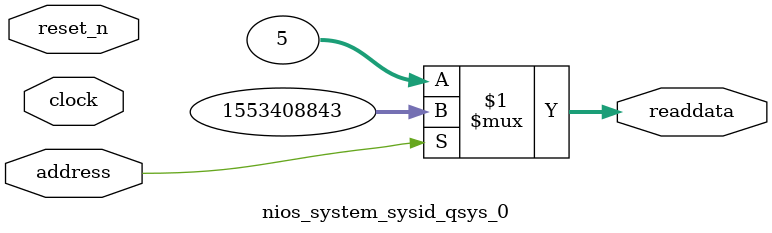
<source format=v>



// synthesis translate_off
`timescale 1ns / 1ps
// synthesis translate_on

// turn off superfluous verilog processor warnings 
// altera message_level Level1 
// altera message_off 10034 10035 10036 10037 10230 10240 10030 

module nios_system_sysid_qsys_0 (
               // inputs:
                address,
                clock,
                reset_n,

               // outputs:
                readdata
             )
;

  output  [ 31: 0] readdata;
  input            address;
  input            clock;
  input            reset_n;

  wire    [ 31: 0] readdata;
  //control_slave, which is an e_avalon_slave
  assign readdata = address ? 1553408843 : 5;

endmodule



</source>
